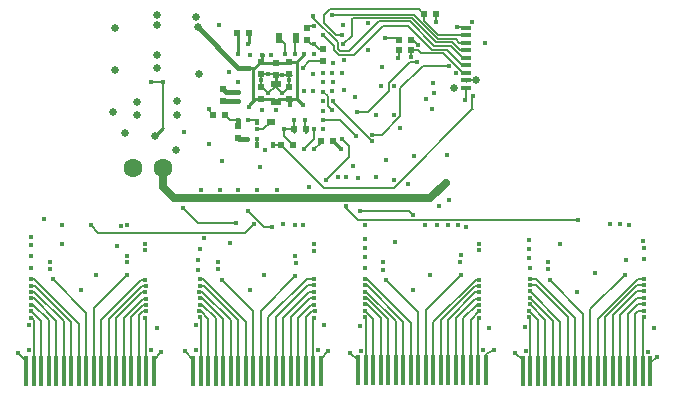
<source format=gbl>
G04 #@! TF.FileFunction,Copper,L6,Bot,Signal*
%FSLAX45Y45*%
G04 Gerber Fmt 4.5, Leading zero omitted, Abs format (unit mm)*
G04 Created by KiCad (PCBNEW 0.201506030104+5696~23~ubuntu14.04.1-product) date Thu 09 Jul 2015 08:08:36 PM EDT*
%MOMM*%
G01*
G04 APERTURE LIST*
%ADD10C,0.127000*%
%ADD11R,0.599440X0.899160*%
%ADD12R,0.899160X0.599440*%
%ADD13R,0.500380X0.599440*%
%ADD14R,0.599440X0.500380*%
%ADD15R,0.330200X2.540000*%
%ADD16C,1.600200*%
%ADD17R,0.450000X0.600000*%
%ADD18R,0.750000X0.600000*%
%ADD19R,0.812800X0.330200*%
%ADD20C,0.406400*%
%ADD21C,0.635000*%
%ADD22C,0.203200*%
%ADD23C,0.381000*%
%ADD24C,0.254000*%
%ADD25C,0.635000*%
G04 APERTURE END LIST*
D10*
D11*
X13687806Y-8284464D03*
X13837666Y-8284464D03*
D12*
X13661390Y-8829040D03*
X13661390Y-8679180D03*
D13*
X13432028Y-8246110D03*
X13331952Y-8246110D03*
D14*
X13661390Y-8600948D03*
X13661390Y-8500872D03*
X13923010Y-8303768D03*
X13923010Y-8203692D03*
X13534390Y-8588248D03*
X13534390Y-8488172D03*
X14060424Y-8381746D03*
X14060424Y-8481822D03*
X13534390Y-8704072D03*
X13534390Y-8804148D03*
D13*
X14043152Y-9160510D03*
X14143228Y-9160510D03*
D14*
X13775690Y-8704072D03*
X13775690Y-8804148D03*
D13*
X13915390Y-9060180D03*
X13815314Y-9060180D03*
D14*
X13775690Y-8588248D03*
X13775690Y-8488172D03*
X13343890Y-9134348D03*
X13343890Y-9034272D03*
X13216890Y-8716772D03*
X13216890Y-8816848D03*
D13*
X13135102Y-8935212D03*
X13235178Y-8935212D03*
X15019528Y-8081010D03*
X14919452Y-8081010D03*
X14708632Y-8387080D03*
X14808708Y-8387080D03*
X14808708Y-8301990D03*
X14708632Y-8301990D03*
X13708126Y-9192260D03*
X13808202Y-9192260D03*
D15*
X16834866Y-11102594D03*
X16771366Y-11102594D03*
X16707866Y-11102594D03*
X16644366Y-11102594D03*
X16580866Y-11102594D03*
X16517366Y-11102594D03*
X16453866Y-11102594D03*
X16390366Y-11102594D03*
X16326866Y-11102594D03*
X16263366Y-11102594D03*
X16199866Y-11102594D03*
X16136366Y-11102594D03*
X16072866Y-11102594D03*
X16009366Y-11102594D03*
X15945866Y-11102594D03*
X15882366Y-11102594D03*
X15818866Y-11102594D03*
X15755366Y-11102594D03*
X14042644Y-11102086D03*
X13979144Y-11102086D03*
X13915644Y-11102086D03*
X13852144Y-11102086D03*
X13788644Y-11102086D03*
X13725144Y-11102086D03*
X13661644Y-11102086D03*
X13598144Y-11102086D03*
X13534644Y-11102086D03*
X13471144Y-11102086D03*
X13407644Y-11102086D03*
X13344144Y-11102086D03*
X13280644Y-11102086D03*
X13217144Y-11102086D03*
X13153644Y-11102086D03*
X13090144Y-11102086D03*
X13026644Y-11102086D03*
X12963144Y-11102086D03*
X15439390Y-11100816D03*
X15375890Y-11100816D03*
X15312390Y-11100816D03*
X15248890Y-11100816D03*
X15185390Y-11100816D03*
X15121890Y-11100816D03*
X15058390Y-11100816D03*
X14994890Y-11100816D03*
X14931390Y-11100816D03*
X14867890Y-11100816D03*
X14804390Y-11100816D03*
X14740890Y-11100816D03*
X14677390Y-11100816D03*
X14613890Y-11100816D03*
X14550390Y-11100816D03*
X14486890Y-11100816D03*
X14423390Y-11100816D03*
X14359890Y-11100816D03*
X12628372Y-11102594D03*
X12564872Y-11102594D03*
X12501372Y-11102594D03*
X12437872Y-11102594D03*
X12374372Y-11102594D03*
X12310872Y-11102594D03*
X12247372Y-11102594D03*
X12183872Y-11102594D03*
X12120372Y-11102594D03*
X12056872Y-11102594D03*
X11993372Y-11102594D03*
X11929872Y-11102594D03*
X11866372Y-11102594D03*
X11802872Y-11102594D03*
X11739372Y-11102594D03*
X11675872Y-11102594D03*
X11612372Y-11102594D03*
X11548872Y-11102594D03*
D16*
X12456922Y-9391650D03*
X12710922Y-9391650D03*
D17*
X13504950Y-8996970D03*
D18*
X13619950Y-8996970D03*
D17*
X13634950Y-9191970D03*
X13504950Y-9191970D03*
D19*
X15271750Y-8200390D03*
X15271750Y-8263890D03*
X15271750Y-8327390D03*
X15271750Y-8390890D03*
X15271750Y-8454390D03*
X15271750Y-8517890D03*
X15271750Y-8581390D03*
X15271750Y-8644890D03*
X15271750Y-8708390D03*
D20*
X14595856Y-9315958D03*
X14831060Y-9289288D03*
X14659356Y-8937752D03*
X14696440Y-8452104D03*
X14563344Y-8535416D03*
X14553184Y-8692896D03*
X15433548Y-8327136D03*
X13444728Y-8431530D03*
X11589258Y-9973564D03*
X11590782Y-10037826D03*
X12692888Y-10948416D03*
X13005308Y-10246868D03*
X13725144Y-9861296D03*
X13051536Y-9981184D03*
X13017500Y-10069576D03*
X14106652Y-10939780D03*
X14418056Y-9986772D03*
X14417548Y-10060940D03*
X15114524Y-9275572D03*
X15124684Y-9872472D03*
X15807436Y-9998964D03*
X15805912Y-10071608D03*
X16886428Y-10986516D03*
X16495268Y-9861296D03*
X16780002Y-10154158D03*
X15191740Y-8584184D03*
D21*
X12658090Y-8426958D03*
X12657582Y-8173974D03*
X12659106Y-8539734D03*
D20*
X15968980Y-10243566D03*
X14572996Y-10248900D03*
X13177012Y-10244836D03*
X11749786Y-10239502D03*
X11593576Y-10233406D03*
X16216376Y-10433304D03*
D21*
X12829540Y-8823960D03*
D20*
X14514068Y-8941308D03*
X13901928Y-8735568D03*
X14930628Y-8806180D03*
X14988032Y-8886952D03*
X15002256Y-8753348D03*
X14664690Y-8690610D03*
X15193010Y-8197850D03*
X13423900Y-8341360D03*
X13342620Y-8656320D03*
D21*
X12488418Y-8941816D03*
X12830048Y-8941816D03*
D20*
X12886182Y-9085326D03*
X13206730Y-9328150D03*
X13096240Y-9182100D03*
X13528040Y-9382760D03*
X13421360Y-9141460D03*
X13423900Y-8981440D03*
D21*
X12388342Y-9090406D03*
X12658090Y-8092186D03*
X12817602Y-9234170D03*
D20*
X13983208Y-8419592D03*
X13982700Y-8338820D03*
X13822680Y-8420100D03*
X13624560Y-8432800D03*
X13597890Y-8589010D03*
X13534390Y-8639810D03*
X13597890Y-8754110D03*
X13342620Y-8740140D03*
X13906500Y-8978900D03*
X13712190Y-8601710D03*
X13712190Y-8754110D03*
X13978890Y-8589010D03*
X13775690Y-8639810D03*
X13180060Y-8178800D03*
X13662660Y-8900160D03*
D21*
X12488418Y-8826246D03*
D20*
X13575030Y-9231630D03*
X13985240Y-9230360D03*
X15968726Y-10184384D03*
X16627856Y-10170414D03*
X16367506Y-10275824D03*
X15776956Y-10938764D03*
X15507462Y-10929874D03*
X14827250Y-10421366D03*
X14382750Y-10936986D03*
X12009882Y-10421874D03*
X11571732Y-10927334D03*
X13440664Y-10420096D03*
X12986004Y-10930636D03*
X13175996Y-10185146D03*
X13829792Y-10187686D03*
X13566394Y-10291826D03*
X13829284Y-10131298D03*
X15812770Y-10230358D03*
X12139422Y-10292334D03*
X14965680Y-10294366D03*
X12402820Y-10185654D03*
X12402820Y-10132314D03*
X11748516Y-10184638D03*
X15226538Y-10182352D03*
X15227554Y-10127488D03*
X14572234Y-10185908D03*
X14416786Y-10237216D03*
X12321540Y-10043922D03*
X11703304Y-9817354D03*
X14419326Y-9869932D03*
X14717268Y-9047988D03*
X15261590Y-8811260D03*
D21*
X12284202Y-8916670D03*
D20*
X13744448Y-8420100D03*
X13279120Y-10021570D03*
X13001244Y-10167366D03*
X13823188Y-9872218D03*
X13895832Y-9873234D03*
X14415262Y-10142728D03*
X15208504Y-9870948D03*
X15268956Y-9884156D03*
X15806928Y-10153650D03*
X14443964Y-8158988D03*
X14989556Y-8665464D03*
X14229080Y-8173720D03*
X13343890Y-8423910D03*
X13267690Y-8576310D03*
D21*
X12297918Y-8199374D03*
D20*
X13342620Y-8821420D03*
X13342620Y-8978900D03*
X13736320Y-9057640D03*
X13820140Y-8978900D03*
X13982700Y-8181340D03*
X13889990Y-8538210D03*
X14211300Y-9222740D03*
X13980160Y-8735060D03*
X14443202Y-8391906D03*
X13502640Y-9138920D03*
X13545820Y-8892540D03*
X15018258Y-8155178D03*
X14319250Y-9371330D03*
X16651986Y-9869424D03*
X16577056Y-9863074D03*
X16778986Y-10067544D03*
X16775176Y-10001504D03*
X16069056Y-10029444D03*
X13986256Y-10030714D03*
X13989812Y-10087102D03*
X12558776Y-10031222D03*
X12402820Y-9874250D03*
X12351512Y-9874758D03*
X12558776Y-10080498D03*
X11851132Y-10030714D03*
X11591544Y-10132314D03*
X15383002Y-10078720D03*
X15382494Y-10027920D03*
X14674850Y-10016236D03*
X11850624Y-9871202D03*
D21*
X12299442Y-8554974D03*
X15103602Y-9511030D03*
D20*
X12609068Y-8658860D03*
X12710160Y-8658860D03*
D21*
X12642342Y-9114790D03*
D20*
X15326360Y-8150860D03*
D21*
X15173960Y-8709660D03*
X15358872Y-8642604D03*
D20*
X13780008Y-8856472D03*
X13543280Y-8430260D03*
D21*
X13014198Y-8593074D03*
D20*
X13889990Y-8855710D03*
X13902690Y-8423910D03*
X13432790Y-8868410D03*
X13432790Y-8538210D03*
D21*
X12988290Y-8106410D03*
X13000990Y-8195310D03*
D20*
X14090904Y-9485884D03*
X14226540Y-9141460D03*
X15774670Y-10736326D03*
X16867886Y-10745978D03*
X16810990Y-10941304D03*
X12986512Y-10719308D03*
X14072870Y-10720070D03*
X14019784Y-10928096D03*
X15690088Y-10950448D03*
X12892278Y-10940542D03*
X14377924Y-10726674D03*
X15468854Y-10741914D03*
X15416530Y-10926826D03*
X11569446Y-10720578D03*
X12656820Y-10744962D03*
X12605512Y-10929874D03*
X14290548Y-10957052D03*
X11484102Y-10954512D03*
X13095224Y-8887460D03*
X14857984Y-8490204D03*
X14347190Y-8914130D03*
X14585696Y-8282940D03*
X14476730Y-9163050D03*
X14144752Y-8819896D03*
X14334744Y-8785860D03*
X14061440Y-9058910D03*
X14226540Y-8260080D03*
X14810994Y-8450580D03*
X14865350Y-8343900D03*
X15328900Y-8779256D03*
X16777716Y-10651744D03*
X16780256Y-10595864D03*
X16780256Y-10541254D03*
X16780256Y-10486644D03*
X16777716Y-10432034D03*
X16778986Y-10378694D03*
X16778986Y-10325354D03*
X16620236Y-10291064D03*
X15981426Y-10338054D03*
X15812516Y-10325354D03*
X15811246Y-10378694D03*
X15813786Y-10432034D03*
X15812516Y-10486644D03*
X15812516Y-10542524D03*
X15807436Y-10595864D03*
X15806166Y-10653014D03*
X13986764Y-10653776D03*
X13990574Y-10600436D03*
X13989304Y-10543286D03*
X13988034Y-10488676D03*
X13986764Y-10435336D03*
X13986764Y-10380726D03*
X13984224Y-10326116D03*
X13829284Y-10299446D03*
X13204444Y-10333228D03*
X13020294Y-10329926D03*
X13019024Y-10383266D03*
X13016484Y-10436606D03*
X13019024Y-10489946D03*
X13019024Y-10544556D03*
X13016484Y-10597896D03*
X13019024Y-10652506D03*
X14777974Y-9521952D03*
X14066520Y-8581136D03*
X14661642Y-9485376D03*
X14237716Y-8473440D03*
X14225524Y-8587232D03*
X14260576Y-9463532D03*
X14144244Y-8498840D03*
X14511528Y-9460484D03*
X14063472Y-8740648D03*
X14142720Y-8900160D03*
X13502640Y-9576308D03*
X14236192Y-8728964D03*
X13946886Y-9547860D03*
X14141704Y-8739124D03*
X13677138Y-9575292D03*
X14062964Y-8657844D03*
X13029692Y-9572752D03*
X15382240Y-10656316D03*
X15382240Y-10600436D03*
X15382240Y-10545826D03*
X15380970Y-10492486D03*
X15382240Y-10439146D03*
X15383510Y-10385806D03*
X15383510Y-10332466D03*
X15227300Y-10293096D03*
X14592300Y-10334752D03*
X14415770Y-10328656D03*
X14415770Y-10381996D03*
X14414500Y-10435336D03*
X14417040Y-10488676D03*
X14417040Y-10542016D03*
X14417040Y-10595356D03*
X14415770Y-10649966D03*
X12558522Y-10656824D03*
X12559792Y-10600944D03*
X12561062Y-10547604D03*
X12559792Y-10492994D03*
X12558522Y-10439654D03*
X12559792Y-10386314D03*
X12558522Y-10332974D03*
X12402312Y-10294874D03*
X11773916Y-10329164D03*
X11592052Y-10329164D03*
X11593322Y-10382504D03*
X11593322Y-10435844D03*
X11593322Y-10489184D03*
X11589512Y-10543794D03*
X11592052Y-10598404D03*
X11592052Y-10655554D03*
X14143736Y-8658352D03*
X14189456Y-9464040D03*
X14142212Y-8581136D03*
X14357604Y-9471152D03*
X14064488Y-8901176D03*
X13343128Y-9572752D03*
X14062710Y-8817610D03*
X13189458Y-9571482D03*
X13902690Y-9224010D03*
X13983970Y-9061450D03*
X13503402Y-9060688D03*
X14476730Y-9104630D03*
X15127224Y-8522716D03*
X14342110Y-9117330D03*
X14062710Y-8982710D03*
X14229080Y-8340090D03*
X14062710Y-8262620D03*
X13981430Y-8097520D03*
X14137640Y-8093710D03*
X15025116Y-9872472D03*
X15132558Y-9662160D03*
X14925294Y-9871710D03*
X15047214Y-9711690D03*
X14259052Y-9712452D03*
X16225520Y-9826752D03*
X14371828Y-9752584D03*
X14824710Y-9782556D03*
X13628370Y-9885426D03*
X13424154Y-9747504D03*
X12097512Y-9872472D03*
X13476224Y-9859772D03*
X13328142Y-9852660D03*
X12873990Y-9726168D03*
D10*
X14708632Y-8439912D02*
X14696440Y-8452104D01*
X14708632Y-8387080D02*
X14708632Y-8439912D01*
X12692888Y-10948416D02*
X12628372Y-11012932D01*
X12628372Y-11102594D02*
X12628372Y-11012932D01*
X14042644Y-11003788D02*
X14106652Y-10939780D01*
X14042644Y-11102086D02*
X14042644Y-11003788D01*
X16834866Y-11038078D02*
X16886428Y-10986516D01*
X16834866Y-11102594D02*
X16834866Y-11038078D01*
X16834866Y-11102594D02*
X16834866Y-10996168D01*
X16834866Y-11102594D02*
X16834866Y-10991850D01*
D22*
X14060424Y-8381746D02*
X14025626Y-8381746D01*
X14025626Y-8381746D02*
X13982700Y-8338820D01*
X13915390Y-9060180D02*
X13906500Y-9051290D01*
X13906500Y-9051290D02*
X13906500Y-8978900D01*
D10*
X15271750Y-8708390D02*
X15261590Y-8718550D01*
X15193010Y-8197850D02*
X15269210Y-8197850D01*
X15271750Y-8200390D02*
X15269210Y-8197850D01*
D23*
X13660628Y-8601710D02*
X13661390Y-8600948D01*
D24*
X13660628Y-8601710D02*
X13661390Y-8600948D01*
X13787628Y-8601710D02*
X13788390Y-8600948D01*
X13649960Y-8690610D02*
X13661390Y-8679180D01*
X13672820Y-8690610D02*
X13661390Y-8679180D01*
D22*
X13649452Y-8589010D02*
X13661390Y-8600948D01*
X13597128Y-8588248D02*
X13534390Y-8588248D01*
X13597128Y-8588248D02*
X13597890Y-8589010D01*
X13649452Y-8589010D02*
X13597890Y-8589010D01*
X13673328Y-8589010D02*
X13661390Y-8600948D01*
X13534390Y-8704072D02*
X13547852Y-8704072D01*
X13788390Y-8704072D02*
X13774928Y-8704072D01*
X13547852Y-8704072D02*
X13597890Y-8754110D01*
X13661390Y-8690610D02*
X13597890Y-8754110D01*
X13661390Y-8679180D02*
X13661390Y-8690610D01*
D24*
X13661390Y-8600948D02*
X13661390Y-8679180D01*
D22*
X13534390Y-8639810D02*
X13534390Y-8704072D01*
X13534390Y-8588248D02*
X13534390Y-8639810D01*
X13762228Y-8601710D02*
X13775690Y-8588248D01*
X13711428Y-8600948D02*
X13661390Y-8600948D01*
X13711428Y-8600948D02*
X13712190Y-8601710D01*
X13762228Y-8601710D02*
X13712190Y-8601710D01*
X13661390Y-8679180D02*
X13661390Y-8703310D01*
X13661390Y-8703310D02*
X13712190Y-8754110D01*
X13725652Y-8754110D02*
X13775690Y-8704072D01*
X13712190Y-8754110D02*
X13725652Y-8754110D01*
X13775690Y-8639810D02*
X13775690Y-8704072D01*
X13775690Y-8588248D02*
X13775690Y-8639810D01*
D24*
X13432028Y-8333232D02*
X13423900Y-8341360D01*
X13432028Y-8246110D02*
X13432028Y-8333232D01*
X13914628Y-9084310D02*
X13906500Y-9076182D01*
D23*
X13351002Y-9141460D02*
X13343890Y-9134348D01*
X13421360Y-9141460D02*
X13351002Y-9141460D01*
X13240258Y-8740140D02*
X13216890Y-8716772D01*
X13342620Y-8740140D02*
X13240258Y-8740140D01*
D10*
X13489420Y-8981440D02*
X13423900Y-8981440D01*
X13504950Y-8996970D02*
X13489420Y-8981440D01*
X14043152Y-9160510D02*
X14043152Y-9172448D01*
X14043152Y-9172448D02*
X13985240Y-9230360D01*
X15439390Y-10961116D02*
X15439390Y-11100816D01*
X15439390Y-10961116D02*
X15507462Y-10929874D01*
D22*
X15271750Y-8708390D02*
X15271750Y-8801100D01*
X15271750Y-8801100D02*
X15261590Y-8811260D01*
X13958062Y-8338820D02*
X13982700Y-8338820D01*
X13923010Y-8303768D02*
X13958062Y-8338820D01*
X13822680Y-8299450D02*
X13822680Y-8420100D01*
X13837666Y-8284464D02*
X13822680Y-8299450D01*
D10*
X13687806Y-8284464D02*
X13744448Y-8341106D01*
X13744448Y-8341106D02*
X13744448Y-8420100D01*
D22*
X14060424Y-8481822D02*
X13946378Y-8481822D01*
X13946378Y-8481822D02*
X13889990Y-8538210D01*
X13235178Y-8935212D02*
X13278866Y-8978900D01*
X13278866Y-8978900D02*
X13342620Y-8978900D01*
X13815314Y-9060180D02*
X13812774Y-9057640D01*
X13812774Y-9057640D02*
X13736320Y-9057640D01*
X13815314Y-9060180D02*
X13820140Y-9055354D01*
X13820140Y-9055354D02*
X13820140Y-8978900D01*
X13808202Y-9192260D02*
X13736320Y-9120378D01*
X13736320Y-9120378D02*
X13736320Y-9057640D01*
X13808202Y-9192260D02*
X13814552Y-9185910D01*
D24*
X13343890Y-8258048D02*
X13331952Y-8246110D01*
X14149070Y-9160510D02*
X14143228Y-9160510D01*
X14149070Y-9160510D02*
X14211300Y-9222740D01*
X13814552Y-9084310D02*
X13820140Y-9078722D01*
D23*
X13342620Y-9033002D02*
X13343890Y-9034272D01*
X13342620Y-8978900D02*
X13342620Y-9033002D01*
X13221462Y-8821420D02*
X13216890Y-8816848D01*
X13342620Y-8821420D02*
X13221462Y-8821420D01*
D24*
X13343890Y-8258048D02*
X13343890Y-8423910D01*
D10*
X13502640Y-9189660D02*
X13504950Y-9191970D01*
X13502640Y-9189660D02*
X13502640Y-9138920D01*
D22*
X15019528Y-8153908D02*
X15018258Y-8155178D01*
X15019528Y-8081010D02*
X15019528Y-8153908D01*
X13945362Y-8181340D02*
X13982700Y-8181340D01*
X13923010Y-8203692D02*
X13945362Y-8181340D01*
X13687806Y-8284464D02*
X13703300Y-8299958D01*
D25*
X14971522Y-9643110D02*
X15103602Y-9511030D01*
X14785340Y-9643110D02*
X14778990Y-9643110D01*
X12710922Y-9549892D02*
X12804140Y-9643110D01*
X12710922Y-9549892D02*
X12710922Y-9391650D01*
X14778990Y-9643110D02*
X12804140Y-9643110D01*
X14785340Y-9643110D02*
X14971522Y-9643110D01*
D22*
X12710160Y-8658860D02*
X12609068Y-8658860D01*
X12708636Y-9048496D02*
X12710160Y-9046972D01*
X12710160Y-9046972D02*
X12710160Y-8658860D01*
D24*
X12642342Y-9114790D02*
X12708636Y-9048496D01*
X12708636Y-9048496D02*
X12710922Y-9046210D01*
X15271750Y-8644890D02*
X15274290Y-8647430D01*
X15356586Y-8644890D02*
X15358872Y-8642604D01*
D22*
X15274036Y-8642604D02*
X15358872Y-8642604D01*
X15271750Y-8644890D02*
X15274036Y-8642604D01*
D24*
X13780008Y-8856472D02*
X13775690Y-8852154D01*
X13775690Y-8852154D02*
X13775690Y-8804148D01*
D23*
X13543534Y-8430514D02*
X13543280Y-8430260D01*
D24*
X13636498Y-8804148D02*
X13661390Y-8829040D01*
X13534390Y-8804148D02*
X13636498Y-8804148D01*
X13775690Y-8500872D02*
X13788390Y-8488172D01*
X13547090Y-8500872D02*
X13534390Y-8488172D01*
X13661390Y-8500872D02*
X13547090Y-8500872D01*
X13543280Y-8479282D02*
X13534390Y-8488172D01*
X13543280Y-8430260D02*
X13543280Y-8479282D01*
X13534390Y-8488172D02*
X13470890Y-8551672D01*
X13470128Y-8804148D02*
X13470890Y-8803386D01*
X13470890Y-8803386D02*
X13470890Y-8539480D01*
X13470890Y-8538210D02*
X13470890Y-8551672D01*
X13470890Y-8539480D02*
X13470890Y-8538210D01*
X13484352Y-8804148D02*
X13470128Y-8804148D01*
X13534390Y-8804148D02*
X13484352Y-8804148D01*
X13762990Y-8500872D02*
X13775690Y-8488172D01*
X13661390Y-8500872D02*
X13762990Y-8500872D01*
X13686282Y-8804148D02*
X13661390Y-8829040D01*
X13775690Y-8804148D02*
X13686282Y-8804148D01*
X13838428Y-8804148D02*
X13889990Y-8855710D01*
X13775690Y-8804148D02*
X13838428Y-8804148D01*
X13838428Y-8488172D02*
X13902690Y-8423910D01*
X13775690Y-8488172D02*
X13838428Y-8488172D01*
X13838428Y-8488172D02*
X13838428Y-8804148D01*
X13788390Y-8816848D02*
X13775690Y-8804148D01*
X13432790Y-8855710D02*
X13484352Y-8804148D01*
X13432790Y-8868410D02*
X13432790Y-8855710D01*
X13470890Y-8538210D02*
X13432790Y-8538210D01*
D23*
X13343890Y-8538210D02*
X13000990Y-8195310D01*
X13432790Y-8538210D02*
X13343890Y-8538210D01*
D10*
X14090904Y-9485884D02*
X14283436Y-9293352D01*
X14283436Y-9290304D02*
X14283690Y-9290304D01*
X14283436Y-9293352D02*
X14283436Y-9290304D01*
X14226540Y-9141460D02*
X14283690Y-9198610D01*
X14283690Y-9249410D02*
X14283690Y-9290304D01*
X14283690Y-9198610D02*
X14283690Y-9249410D01*
X15755366Y-11012170D02*
X15690088Y-10950448D01*
X15755366Y-11102594D02*
X15755366Y-11012170D01*
X15755366Y-11102594D02*
X15755366Y-11034014D01*
X12963144Y-11011408D02*
X12892278Y-10940542D01*
X12963144Y-11102086D02*
X12963144Y-11011408D01*
X14359890Y-11014964D02*
X14290548Y-10957052D01*
X14359890Y-11100816D02*
X14359890Y-11014964D01*
X14359890Y-11100816D02*
X14359890Y-10977626D01*
X11548872Y-11019282D02*
X11484102Y-10954512D01*
X11548872Y-11102594D02*
X11548872Y-11019282D01*
X13135102Y-8935212D02*
X13095224Y-8895334D01*
X13095224Y-8895334D02*
X13095224Y-8887460D01*
X14797278Y-8490204D02*
X14857984Y-8490204D01*
X14797278Y-8490204D02*
X14621510Y-8665972D01*
X14621510Y-8669528D02*
X14621510Y-8665972D01*
X14621510Y-8665972D02*
X14621510Y-8669274D01*
X14443710Y-8914130D02*
X14621510Y-8736330D01*
X14347190Y-8914130D02*
X14443710Y-8914130D01*
X14621510Y-8671560D02*
X14621510Y-8669528D01*
X14621510Y-8669528D02*
X14621510Y-8672830D01*
X14621510Y-8736330D02*
X14621510Y-8671560D01*
X14621510Y-8672830D02*
X14621510Y-8670290D01*
X14689582Y-8282940D02*
X14585696Y-8282940D01*
X14689582Y-8282940D02*
X14708632Y-8301990D01*
X14144752Y-8819896D02*
X14144752Y-8831072D01*
X14254480Y-8940800D02*
X14476730Y-9163050D01*
X14144752Y-8831072D02*
X14254480Y-8940800D01*
X14919452Y-8081010D02*
X14908530Y-8081010D01*
X14908530Y-8081010D02*
X14872970Y-8045450D01*
X14173200Y-8260080D02*
X14226540Y-8260080D01*
X14069060Y-8155940D02*
X14173200Y-8260080D01*
X14069060Y-8094980D02*
X14069060Y-8155940D01*
X14118590Y-8045450D02*
X14069060Y-8094980D01*
X14872970Y-8045450D02*
X14118590Y-8045450D01*
X15271750Y-8263890D02*
X15038070Y-8263890D01*
X14919452Y-8145272D02*
X14919452Y-8081010D01*
X15038070Y-8263890D02*
X14919452Y-8145272D01*
X14808708Y-8448294D02*
X14810994Y-8450580D01*
X14808708Y-8448294D02*
X14808708Y-8387080D01*
X15079980Y-8411210D02*
X15250160Y-8581390D01*
X15079980Y-8411210D02*
X14893290Y-8411210D01*
X14893290Y-8411210D02*
X14869160Y-8387080D01*
X14808708Y-8387080D02*
X14869160Y-8387080D01*
X14808708Y-8387080D02*
X14808708Y-8402828D01*
X15271750Y-8581390D02*
X15250160Y-8581390D01*
X15271750Y-8581390D02*
X15248890Y-8581390D01*
X14865350Y-8343900D02*
X14823440Y-8301990D01*
X14808708Y-8301990D02*
X14823440Y-8301990D01*
X15326868Y-8891016D02*
X14663420Y-9554464D01*
X15328900Y-8888984D02*
X15326868Y-8891016D01*
X13708126Y-9192260D02*
X14070330Y-9554464D01*
X14070330Y-9554464D02*
X14663420Y-9554464D01*
D22*
X13708126Y-9192260D02*
X13635240Y-9192260D01*
X13635240Y-9192260D02*
X13634950Y-9191970D01*
D10*
X15326868Y-8781288D02*
X15326868Y-8891016D01*
X15328900Y-8779256D02*
X15326868Y-8781288D01*
X16771366Y-10658094D02*
X16777716Y-10651744D01*
X16771366Y-11102594D02*
X16771366Y-10658094D01*
X16707866Y-10619994D02*
X16731996Y-10595864D01*
X16731996Y-10595864D02*
X16780256Y-10595864D01*
X16707866Y-11102594D02*
X16707866Y-10619994D01*
X16644366Y-10627614D02*
X16730726Y-10541254D01*
X16730726Y-10541254D02*
X16780256Y-10541254D01*
X16644366Y-11102594D02*
X16644366Y-10627614D01*
X16580866Y-10630154D02*
X16724376Y-10486644D01*
X16724376Y-10486644D02*
X16780256Y-10486644D01*
X16580866Y-11102594D02*
X16580866Y-10630154D01*
X16517366Y-10632694D02*
X16718026Y-10432034D01*
X16718026Y-10432034D02*
X16777716Y-10432034D01*
X16517366Y-11102594D02*
X16517366Y-10632694D01*
X16778986Y-10378694D02*
X16777716Y-10378694D01*
X16453866Y-10649204D02*
X16724376Y-10378694D01*
X16724376Y-10378694D02*
X16778986Y-10378694D01*
X16453866Y-11102594D02*
X16453866Y-10649204D01*
X16778986Y-10325354D02*
X16780256Y-10324084D01*
X16390366Y-10661904D02*
X16726916Y-10325354D01*
X16726916Y-10325354D02*
X16778986Y-10325354D01*
X16390366Y-11102594D02*
X16390366Y-10661904D01*
X16326866Y-10680954D02*
X16326866Y-10670794D01*
X16326866Y-10584434D02*
X16620236Y-10291064D01*
X16326866Y-10680954D02*
X16326866Y-10584434D01*
X16326866Y-11102594D02*
X16326866Y-10680954D01*
X16263366Y-11102594D02*
X16263366Y-10619994D01*
X16263366Y-10619994D02*
X15981426Y-10338054D01*
X16199866Y-10655554D02*
X15869666Y-10325354D01*
X15869666Y-10325354D02*
X15812516Y-10325354D01*
X16199866Y-11102594D02*
X16199866Y-10655554D01*
X16136366Y-10650474D02*
X15864586Y-10378694D01*
X15864586Y-10378694D02*
X15811246Y-10378694D01*
X16136366Y-11102594D02*
X16136366Y-10650474D01*
X16072866Y-10691114D02*
X15813786Y-10432034D01*
X16072866Y-11102594D02*
X16072866Y-10691114D01*
X16009366Y-10683494D02*
X15812516Y-10486644D01*
X16009366Y-11102594D02*
X16009366Y-10683494D01*
X15812516Y-10542524D02*
X15813786Y-10542524D01*
X15945866Y-10675874D02*
X15812516Y-10542524D01*
X15945866Y-11102594D02*
X15945866Y-10675874D01*
X15882366Y-10670794D02*
X15807436Y-10595864D01*
X15882366Y-11102594D02*
X15882366Y-10670794D01*
X15818866Y-10665714D02*
X15806166Y-10653014D01*
X15818866Y-11102594D02*
X15818866Y-10665714D01*
X13979144Y-10661396D02*
X13986764Y-10653776D01*
X13979144Y-11102086D02*
X13979144Y-10661396D01*
X13915644Y-10651236D02*
X13966444Y-10600436D01*
X13966444Y-10600436D02*
X13990574Y-10600436D01*
X13915644Y-11102086D02*
X13915644Y-10651236D01*
X13852144Y-10655046D02*
X13963904Y-10543286D01*
X13963904Y-10543286D02*
X13989304Y-10543286D01*
X13852144Y-11102086D02*
X13852144Y-10655046D01*
X13788644Y-10651236D02*
X13951204Y-10488676D01*
X13951204Y-10488676D02*
X13988034Y-10488676D01*
X13788644Y-11102086D02*
X13788644Y-10651236D01*
X13725144Y-10656316D02*
X13946124Y-10435336D01*
X13946124Y-10435336D02*
X13986764Y-10435336D01*
X13725144Y-11102086D02*
X13725144Y-10656316D01*
X13661644Y-10651236D02*
X13932154Y-10380726D01*
X13932154Y-10380726D02*
X13986764Y-10380726D01*
X13661644Y-11102086D02*
X13661644Y-10651236D01*
X13598144Y-10651236D02*
X13923264Y-10326116D01*
X13923264Y-10326116D02*
X13984224Y-10326116D01*
X13598144Y-11102086D02*
X13598144Y-10651236D01*
X13534644Y-10594086D02*
X13829284Y-10299446D01*
X13534644Y-11102086D02*
X13534644Y-10594086D01*
X13204444Y-10333228D02*
X13471144Y-10599928D01*
X13471144Y-10599928D02*
X13471144Y-11102086D01*
X13407644Y-10688066D02*
X13049504Y-10329926D01*
X13049504Y-10329926D02*
X13020294Y-10329926D01*
X13407644Y-11102086D02*
X13407644Y-10688066D01*
X13344144Y-10675366D02*
X13052044Y-10383266D01*
X13052044Y-10383266D02*
X13019024Y-10383266D01*
X13344144Y-11102086D02*
X13344144Y-10675366D01*
X13280644Y-10676636D02*
X13040614Y-10436606D01*
X13040614Y-10436606D02*
X13016484Y-10436606D01*
X13280644Y-11102086D02*
X13280644Y-10676636D01*
X13217144Y-10665206D02*
X13041884Y-10489946D01*
X13041884Y-10489946D02*
X13019024Y-10489946D01*
X13217144Y-11102086D02*
X13217144Y-10665206D01*
X13038074Y-10544556D02*
X13153644Y-10660126D01*
X13153644Y-10660126D02*
X13153644Y-11102086D01*
X13019024Y-10544556D02*
X13038074Y-10544556D01*
X13025374Y-10597896D02*
X13090144Y-10662666D01*
X13090144Y-10662666D02*
X13090144Y-11102086D01*
X13016484Y-10597896D02*
X13025374Y-10597896D01*
X13026644Y-10660126D02*
X13019024Y-10652506D01*
X13026644Y-11102086D02*
X13026644Y-10660126D01*
X14063472Y-8740648D02*
X14064996Y-8740648D01*
X14103096Y-8860536D02*
X14142720Y-8900160D01*
X14103096Y-8778748D02*
X14103096Y-8860536D01*
X14064996Y-8740648D02*
X14103096Y-8778748D01*
X15375890Y-10662666D02*
X15382240Y-10656316D01*
X15375890Y-11100816D02*
X15375890Y-10662666D01*
X15312390Y-10670286D02*
X15382240Y-10600436D01*
X15312390Y-11100816D02*
X15312390Y-10670286D01*
X15248890Y-10660126D02*
X15363190Y-10545826D01*
X15363190Y-10545826D02*
X15382240Y-10545826D01*
X15248890Y-11100816D02*
X15248890Y-10660126D01*
X15185390Y-10658856D02*
X15351760Y-10492486D01*
X15351760Y-10492486D02*
X15380970Y-10492486D01*
X15185390Y-11100816D02*
X15185390Y-10658856D01*
X15121890Y-10670286D02*
X15353030Y-10439146D01*
X15353030Y-10439146D02*
X15382240Y-10439146D01*
X15121890Y-11100816D02*
X15121890Y-10670286D01*
X15058390Y-10677906D02*
X15350490Y-10385806D01*
X15350490Y-10385806D02*
X15383510Y-10385806D01*
X15058390Y-11100816D02*
X15058390Y-10677906D01*
X14994890Y-10691876D02*
X15354300Y-10332466D01*
X15354300Y-10332466D02*
X15383510Y-10332466D01*
X14994890Y-11100816D02*
X14994890Y-10691876D01*
X14931390Y-10589006D02*
X15227300Y-10293096D01*
X14931390Y-11100816D02*
X14931390Y-10589006D01*
X14592300Y-10334752D02*
X14867890Y-10610342D01*
X14867890Y-10610342D02*
X14867890Y-11100816D01*
X14804390Y-10698226D02*
X14434820Y-10328656D01*
X14434820Y-10328656D02*
X14415770Y-10328656D01*
X14804390Y-11100816D02*
X14804390Y-10698226D01*
X14740890Y-10691876D02*
X14431010Y-10381996D01*
X14431010Y-10381996D02*
X14415770Y-10381996D01*
X14740890Y-11100816D02*
X14740890Y-10691876D01*
X14677390Y-10685526D02*
X14427200Y-10435336D01*
X14427200Y-10435336D02*
X14414500Y-10435336D01*
X14677390Y-11100816D02*
X14677390Y-10685526D01*
X14613890Y-10669016D02*
X14433550Y-10488676D01*
X14433550Y-10488676D02*
X14417040Y-10488676D01*
X14613890Y-11100816D02*
X14613890Y-10669016D01*
X14550390Y-10658856D02*
X14433550Y-10542016D01*
X14433550Y-10542016D02*
X14417040Y-10542016D01*
X14550390Y-11100816D02*
X14550390Y-10658856D01*
X14486890Y-10665206D02*
X14417040Y-10595356D01*
X14486890Y-11100816D02*
X14486890Y-10665206D01*
X14423390Y-10657586D02*
X14415770Y-10649966D01*
X14423390Y-11100816D02*
X14423390Y-10657586D01*
X12564872Y-10663174D02*
X12558522Y-10656824D01*
X12564872Y-11102594D02*
X12564872Y-10663174D01*
X12501372Y-10633964D02*
X12534392Y-10600944D01*
X12534392Y-10600944D02*
X12559792Y-10600944D01*
X12501372Y-11102594D02*
X12501372Y-10633964D01*
X12437872Y-10649204D02*
X12539472Y-10547604D01*
X12539472Y-10547604D02*
X12561062Y-10547604D01*
X12437872Y-11102594D02*
X12437872Y-10649204D01*
X12374372Y-10655554D02*
X12536932Y-10492994D01*
X12536932Y-10492994D02*
X12559792Y-10492994D01*
X12374372Y-11102594D02*
X12374372Y-10655554D01*
X12310872Y-10656824D02*
X12528042Y-10439654D01*
X12528042Y-10439654D02*
X12558522Y-10439654D01*
X12310872Y-11102594D02*
X12310872Y-10656824D01*
X12247372Y-10669524D02*
X12530582Y-10386314D01*
X12530582Y-10386314D02*
X12559792Y-10386314D01*
X12247372Y-11102594D02*
X12247372Y-10669524D01*
X12183872Y-10674604D02*
X12525502Y-10332974D01*
X12525502Y-10332974D02*
X12558522Y-10332974D01*
X12183872Y-11102594D02*
X12183872Y-10674604D01*
X12120372Y-10576814D02*
X12402312Y-10294874D01*
X12120372Y-11102594D02*
X12120372Y-10576814D01*
X11773916Y-10329164D02*
X12056872Y-10612120D01*
X12056872Y-10612120D02*
X12056872Y-11102594D01*
X11993372Y-10705084D02*
X11617452Y-10329164D01*
X11617452Y-10329164D02*
X11592052Y-10329164D01*
X11993372Y-11102594D02*
X11993372Y-10705084D01*
X11929872Y-10687304D02*
X11625072Y-10382504D01*
X11625072Y-10382504D02*
X11593322Y-10382504D01*
X11929872Y-11102594D02*
X11929872Y-10687304D01*
X11866372Y-10686034D02*
X11616182Y-10435844D01*
X11616182Y-10435844D02*
X11593322Y-10435844D01*
X11866372Y-11102594D02*
X11866372Y-10686034D01*
X11802872Y-10679684D02*
X11612372Y-10489184D01*
X11612372Y-10489184D02*
X11593322Y-10489184D01*
X11802872Y-11102594D02*
X11802872Y-10679684D01*
X11739372Y-10672064D02*
X11611102Y-10543794D01*
X11611102Y-10543794D02*
X11589512Y-10543794D01*
X11739372Y-11102594D02*
X11739372Y-10672064D01*
X11675872Y-10682224D02*
X11592052Y-10598404D01*
X11675872Y-11102594D02*
X11675872Y-10682224D01*
X11612372Y-10675874D02*
X11592052Y-10655554D01*
X11612372Y-11102594D02*
X11612372Y-10675874D01*
X13983970Y-9142730D02*
X13902690Y-9224010D01*
X13983970Y-9061450D02*
X13983970Y-9142730D01*
X13503402Y-9060688D02*
X13556232Y-9060688D01*
X13556232Y-9060688D02*
X13619950Y-8996970D01*
X15127224Y-8522716D02*
X14908784Y-8522716D01*
X14888210Y-8543290D02*
X14718030Y-8713470D01*
X14563090Y-9104630D02*
X14718030Y-8949690D01*
X14476730Y-9104630D02*
X14563090Y-9104630D01*
X14718030Y-8949690D02*
X14718030Y-8721090D01*
X14718030Y-8721090D02*
X14718030Y-8713470D01*
X14908784Y-8522716D02*
X14888210Y-8543290D01*
X14207490Y-8982710D02*
X14062710Y-8982710D01*
X14342110Y-9117330D02*
X14207490Y-8982710D01*
X14229080Y-8340090D02*
X14235430Y-8340090D01*
X15223490Y-8390890D02*
X15271750Y-8390890D01*
X15157450Y-8324850D02*
X15223490Y-8390890D01*
X15020290Y-8324850D02*
X15157450Y-8324850D01*
X14814550Y-8119110D02*
X15020290Y-8324850D01*
X14315440Y-8119110D02*
X14814550Y-8119110D01*
X14305280Y-8129270D02*
X14315440Y-8119110D01*
X14305280Y-8270240D02*
X14305280Y-8129270D01*
X14235430Y-8340090D02*
X14305280Y-8270240D01*
X15242540Y-8517890D02*
X15109190Y-8384540D01*
X14062710Y-8262620D02*
X14065250Y-8262620D01*
X14984730Y-8384540D02*
X14819630Y-8219440D01*
X15109190Y-8384540D02*
X14984730Y-8384540D01*
X14782800Y-8182610D02*
X14819630Y-8219440D01*
X14571980Y-8182610D02*
X14782800Y-8182610D01*
X14325600Y-8428990D02*
X14571980Y-8182610D01*
X14201140Y-8428990D02*
X14325600Y-8428990D01*
X14159230Y-8387080D02*
X14201140Y-8428990D01*
X14159230Y-8356600D02*
X14159230Y-8387080D01*
X14065250Y-8262620D02*
X14159230Y-8356600D01*
X15271750Y-8517890D02*
X15242540Y-8517890D01*
X15144750Y-8351520D02*
X15247620Y-8454390D01*
X13981430Y-8097520D02*
X13981430Y-8116570D01*
X15005050Y-8351520D02*
X14799310Y-8145780D01*
X15144750Y-8351520D02*
X15005050Y-8351520D01*
X14799310Y-8145780D02*
X14536420Y-8145780D01*
X14286230Y-8395970D02*
X14536420Y-8145780D01*
X14206220Y-8395970D02*
X14286230Y-8395970D01*
X14188440Y-8378190D02*
X14206220Y-8395970D01*
X14188440Y-8323580D02*
X14188440Y-8378190D01*
X13981430Y-8116570D02*
X14188440Y-8323580D01*
X15271750Y-8454390D02*
X15247620Y-8454390D01*
X15271750Y-8327390D02*
X15215870Y-8327390D01*
X15034260Y-8296910D02*
X14831060Y-8093710D01*
X15185390Y-8296910D02*
X15034260Y-8296910D01*
X15215870Y-8327390D02*
X15185390Y-8296910D01*
X14831060Y-8093710D02*
X14137640Y-8093710D01*
X14259052Y-9723628D02*
X14362176Y-9826752D01*
X14362176Y-9826752D02*
X16225520Y-9826752D01*
X14259052Y-9712452D02*
X14259052Y-9723628D01*
X14371828Y-9752584D02*
X14794738Y-9752584D01*
X14794738Y-9752584D02*
X14824710Y-9782556D01*
X13562076Y-9885426D02*
X13424154Y-9747504D01*
X13628370Y-9885426D02*
X13629132Y-9885426D01*
X13629132Y-9885426D02*
X13562076Y-9885426D01*
X13399770Y-9936226D02*
X12161266Y-9936226D01*
X12161266Y-9936226D02*
X12097512Y-9872472D01*
X13476224Y-9859772D02*
X13399770Y-9936226D01*
X13000482Y-9852660D02*
X13328142Y-9852660D01*
X12873990Y-9726168D02*
X13000482Y-9852660D01*
M02*

</source>
